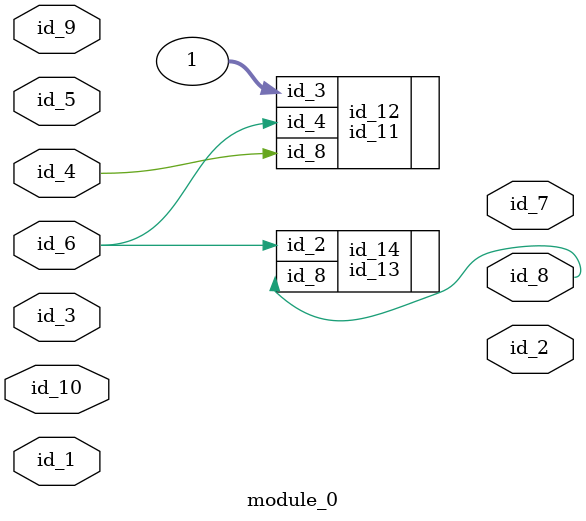
<source format=v>
module module_0 (
    id_1,
    id_2,
    id_3,
    id_4,
    id_5,
    id_6,
    id_7,
    id_8,
    id_9,
    id_10
);
  input id_10;
  input id_9;
  output id_8;
  output id_7;
  input id_6;
  input id_5;
  input id_4;
  input id_3;
  output id_2;
  input id_1;
  id_11 id_12 (
      .id_3(1),
      .id_4(id_6),
      .id_8(id_4)
  );
  id_13 id_14 (
      .id_2(id_6),
      .id_8(id_8)
  );
endmodule

</source>
